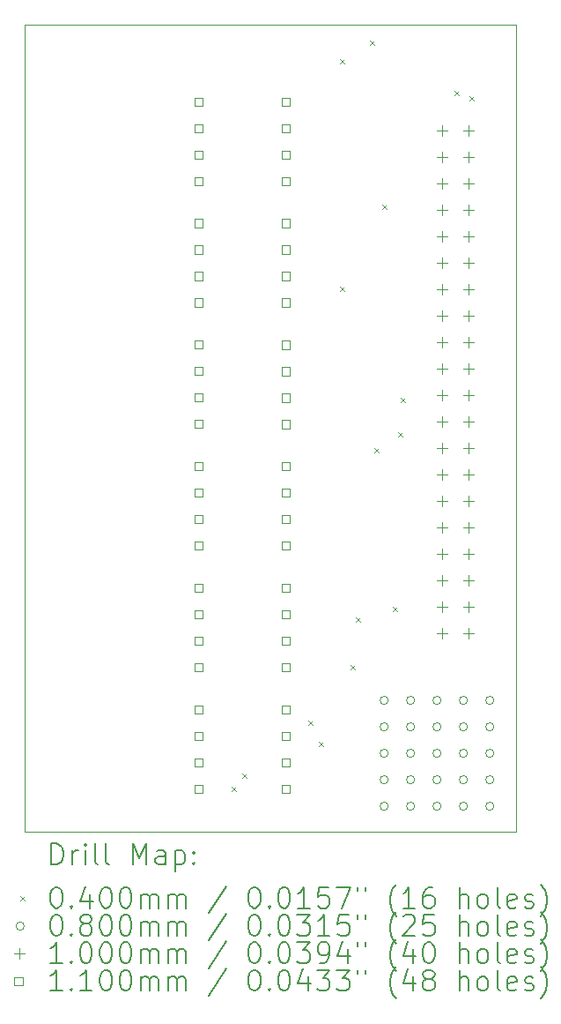
<source format=gbr>
%TF.GenerationSoftware,KiCad,Pcbnew,7.0.5-7.0.5~ubuntu22.04.1*%
%TF.CreationDate,2023-08-20T16:34:46-07:00*%
%TF.ProjectId,terminal_strip_adaptor,7465726d-696e-4616-9c5f-73747269705f,rev?*%
%TF.SameCoordinates,Original*%
%TF.FileFunction,Drillmap*%
%TF.FilePolarity,Positive*%
%FSLAX45Y45*%
G04 Gerber Fmt 4.5, Leading zero omitted, Abs format (unit mm)*
G04 Created by KiCad (PCBNEW 7.0.5-7.0.5~ubuntu22.04.1) date 2023-08-20 16:34:46*
%MOMM*%
%LPD*%
G01*
G04 APERTURE LIST*
%ADD10C,0.100000*%
%ADD11C,0.200000*%
%ADD12C,0.040000*%
%ADD13C,0.080000*%
%ADD14C,0.110000*%
G04 APERTURE END LIST*
D10*
X15240000Y-4673600D02*
X19964400Y-4673600D01*
X19964400Y-12420600D01*
X15240000Y-12420600D01*
X15240000Y-4673600D01*
D11*
D12*
X17226600Y-11994200D02*
X17266600Y-12034200D01*
X17266600Y-11994200D02*
X17226600Y-12034200D01*
X17328200Y-11867200D02*
X17368200Y-11907200D01*
X17368200Y-11867200D02*
X17328200Y-11907200D01*
X17963200Y-11359200D02*
X18003200Y-11399200D01*
X18003200Y-11359200D02*
X17963200Y-11399200D01*
X18064800Y-11562400D02*
X18104800Y-11602400D01*
X18104800Y-11562400D02*
X18064800Y-11602400D01*
X18268000Y-5009200D02*
X18308000Y-5049200D01*
X18308000Y-5009200D02*
X18268000Y-5049200D01*
X18268000Y-7193600D02*
X18308000Y-7233600D01*
X18308000Y-7193600D02*
X18268000Y-7233600D01*
X18369600Y-10826640D02*
X18409600Y-10866640D01*
X18409600Y-10826640D02*
X18369600Y-10866640D01*
X18420400Y-10368600D02*
X18460400Y-10408600D01*
X18460400Y-10368600D02*
X18420400Y-10408600D01*
X18559000Y-4831400D02*
X18599000Y-4871400D01*
X18599000Y-4831400D02*
X18559000Y-4871400D01*
X18598200Y-8743000D02*
X18638200Y-8783000D01*
X18638200Y-8743000D02*
X18598200Y-8783000D01*
X18674400Y-6406200D02*
X18714400Y-6446200D01*
X18714400Y-6406200D02*
X18674400Y-6446200D01*
X18776000Y-10267000D02*
X18816000Y-10307000D01*
X18816000Y-10267000D02*
X18776000Y-10307000D01*
X18826800Y-8590600D02*
X18866800Y-8630600D01*
X18866800Y-8590600D02*
X18826800Y-8630600D01*
X18852200Y-8260400D02*
X18892200Y-8300400D01*
X18892200Y-8260400D02*
X18852200Y-8300400D01*
X19368850Y-5314000D02*
X19408850Y-5354000D01*
X19408850Y-5314000D02*
X19368850Y-5354000D01*
X19512600Y-5364800D02*
X19552600Y-5404800D01*
X19552600Y-5364800D02*
X19512600Y-5404800D01*
D13*
X18734400Y-11163300D02*
G75*
G03*
X18734400Y-11163300I-40000J0D01*
G01*
X18734400Y-11417300D02*
G75*
G03*
X18734400Y-11417300I-40000J0D01*
G01*
X18734400Y-11671300D02*
G75*
G03*
X18734400Y-11671300I-40000J0D01*
G01*
X18734400Y-11925300D02*
G75*
G03*
X18734400Y-11925300I-40000J0D01*
G01*
X18734400Y-12179300D02*
G75*
G03*
X18734400Y-12179300I-40000J0D01*
G01*
X18988400Y-11163300D02*
G75*
G03*
X18988400Y-11163300I-40000J0D01*
G01*
X18988400Y-11417300D02*
G75*
G03*
X18988400Y-11417300I-40000J0D01*
G01*
X18988400Y-11671300D02*
G75*
G03*
X18988400Y-11671300I-40000J0D01*
G01*
X18988400Y-11925300D02*
G75*
G03*
X18988400Y-11925300I-40000J0D01*
G01*
X18988400Y-12179300D02*
G75*
G03*
X18988400Y-12179300I-40000J0D01*
G01*
X19242400Y-11163300D02*
G75*
G03*
X19242400Y-11163300I-40000J0D01*
G01*
X19242400Y-11417300D02*
G75*
G03*
X19242400Y-11417300I-40000J0D01*
G01*
X19242400Y-11671300D02*
G75*
G03*
X19242400Y-11671300I-40000J0D01*
G01*
X19242400Y-11925300D02*
G75*
G03*
X19242400Y-11925300I-40000J0D01*
G01*
X19242400Y-12179300D02*
G75*
G03*
X19242400Y-12179300I-40000J0D01*
G01*
X19496400Y-11163300D02*
G75*
G03*
X19496400Y-11163300I-40000J0D01*
G01*
X19496400Y-11417300D02*
G75*
G03*
X19496400Y-11417300I-40000J0D01*
G01*
X19496400Y-11671300D02*
G75*
G03*
X19496400Y-11671300I-40000J0D01*
G01*
X19496400Y-11925300D02*
G75*
G03*
X19496400Y-11925300I-40000J0D01*
G01*
X19496400Y-12179300D02*
G75*
G03*
X19496400Y-12179300I-40000J0D01*
G01*
X19750400Y-11163300D02*
G75*
G03*
X19750400Y-11163300I-40000J0D01*
G01*
X19750400Y-11417300D02*
G75*
G03*
X19750400Y-11417300I-40000J0D01*
G01*
X19750400Y-11671300D02*
G75*
G03*
X19750400Y-11671300I-40000J0D01*
G01*
X19750400Y-11925300D02*
G75*
G03*
X19750400Y-11925300I-40000J0D01*
G01*
X19750400Y-12179300D02*
G75*
G03*
X19750400Y-12179300I-40000J0D01*
G01*
D10*
X19253200Y-5639600D02*
X19253200Y-5739600D01*
X19203200Y-5689600D02*
X19303200Y-5689600D01*
X19253200Y-5893600D02*
X19253200Y-5993600D01*
X19203200Y-5943600D02*
X19303200Y-5943600D01*
X19253200Y-6147600D02*
X19253200Y-6247600D01*
X19203200Y-6197600D02*
X19303200Y-6197600D01*
X19253200Y-6401600D02*
X19253200Y-6501600D01*
X19203200Y-6451600D02*
X19303200Y-6451600D01*
X19253200Y-6655600D02*
X19253200Y-6755600D01*
X19203200Y-6705600D02*
X19303200Y-6705600D01*
X19253200Y-6909600D02*
X19253200Y-7009600D01*
X19203200Y-6959600D02*
X19303200Y-6959600D01*
X19253200Y-7163600D02*
X19253200Y-7263600D01*
X19203200Y-7213600D02*
X19303200Y-7213600D01*
X19253200Y-7417600D02*
X19253200Y-7517600D01*
X19203200Y-7467600D02*
X19303200Y-7467600D01*
X19253200Y-7671600D02*
X19253200Y-7771600D01*
X19203200Y-7721600D02*
X19303200Y-7721600D01*
X19253200Y-7925600D02*
X19253200Y-8025600D01*
X19203200Y-7975600D02*
X19303200Y-7975600D01*
X19253200Y-8179600D02*
X19253200Y-8279600D01*
X19203200Y-8229600D02*
X19303200Y-8229600D01*
X19253200Y-8433600D02*
X19253200Y-8533600D01*
X19203200Y-8483600D02*
X19303200Y-8483600D01*
X19253200Y-8687600D02*
X19253200Y-8787600D01*
X19203200Y-8737600D02*
X19303200Y-8737600D01*
X19253200Y-8941600D02*
X19253200Y-9041600D01*
X19203200Y-8991600D02*
X19303200Y-8991600D01*
X19253200Y-9195600D02*
X19253200Y-9295600D01*
X19203200Y-9245600D02*
X19303200Y-9245600D01*
X19253200Y-9449600D02*
X19253200Y-9549600D01*
X19203200Y-9499600D02*
X19303200Y-9499600D01*
X19253200Y-9703600D02*
X19253200Y-9803600D01*
X19203200Y-9753600D02*
X19303200Y-9753600D01*
X19253200Y-9957600D02*
X19253200Y-10057600D01*
X19203200Y-10007600D02*
X19303200Y-10007600D01*
X19253200Y-10211600D02*
X19253200Y-10311600D01*
X19203200Y-10261600D02*
X19303200Y-10261600D01*
X19253200Y-10465600D02*
X19253200Y-10565600D01*
X19203200Y-10515600D02*
X19303200Y-10515600D01*
X19507200Y-5639600D02*
X19507200Y-5739600D01*
X19457200Y-5689600D02*
X19557200Y-5689600D01*
X19507200Y-5893600D02*
X19507200Y-5993600D01*
X19457200Y-5943600D02*
X19557200Y-5943600D01*
X19507200Y-6147600D02*
X19507200Y-6247600D01*
X19457200Y-6197600D02*
X19557200Y-6197600D01*
X19507200Y-6401600D02*
X19507200Y-6501600D01*
X19457200Y-6451600D02*
X19557200Y-6451600D01*
X19507200Y-6655600D02*
X19507200Y-6755600D01*
X19457200Y-6705600D02*
X19557200Y-6705600D01*
X19507200Y-6909600D02*
X19507200Y-7009600D01*
X19457200Y-6959600D02*
X19557200Y-6959600D01*
X19507200Y-7163600D02*
X19507200Y-7263600D01*
X19457200Y-7213600D02*
X19557200Y-7213600D01*
X19507200Y-7417600D02*
X19507200Y-7517600D01*
X19457200Y-7467600D02*
X19557200Y-7467600D01*
X19507200Y-7671600D02*
X19507200Y-7771600D01*
X19457200Y-7721600D02*
X19557200Y-7721600D01*
X19507200Y-7925600D02*
X19507200Y-8025600D01*
X19457200Y-7975600D02*
X19557200Y-7975600D01*
X19507200Y-8179600D02*
X19507200Y-8279600D01*
X19457200Y-8229600D02*
X19557200Y-8229600D01*
X19507200Y-8433600D02*
X19507200Y-8533600D01*
X19457200Y-8483600D02*
X19557200Y-8483600D01*
X19507200Y-8687600D02*
X19507200Y-8787600D01*
X19457200Y-8737600D02*
X19557200Y-8737600D01*
X19507200Y-8941600D02*
X19507200Y-9041600D01*
X19457200Y-8991600D02*
X19557200Y-8991600D01*
X19507200Y-9195600D02*
X19507200Y-9295600D01*
X19457200Y-9245600D02*
X19557200Y-9245600D01*
X19507200Y-9449600D02*
X19507200Y-9549600D01*
X19457200Y-9499600D02*
X19557200Y-9499600D01*
X19507200Y-9703600D02*
X19507200Y-9803600D01*
X19457200Y-9753600D02*
X19557200Y-9753600D01*
X19507200Y-9957600D02*
X19507200Y-10057600D01*
X19457200Y-10007600D02*
X19557200Y-10007600D01*
X19507200Y-10211600D02*
X19507200Y-10311600D01*
X19457200Y-10261600D02*
X19557200Y-10261600D01*
X19507200Y-10465600D02*
X19507200Y-10565600D01*
X19457200Y-10515600D02*
X19557200Y-10515600D01*
D14*
X16950691Y-5453291D02*
X16950691Y-5375509D01*
X16872909Y-5375509D01*
X16872909Y-5453291D01*
X16950691Y-5453291D01*
X16950691Y-5707291D02*
X16950691Y-5629509D01*
X16872909Y-5629509D01*
X16872909Y-5707291D01*
X16950691Y-5707291D01*
X16950691Y-5961291D02*
X16950691Y-5883509D01*
X16872909Y-5883509D01*
X16872909Y-5961291D01*
X16950691Y-5961291D01*
X16950691Y-6215291D02*
X16950691Y-6137509D01*
X16872909Y-6137509D01*
X16872909Y-6215291D01*
X16950691Y-6215291D01*
X16950691Y-6620651D02*
X16950691Y-6542869D01*
X16872909Y-6542869D01*
X16872909Y-6620651D01*
X16950691Y-6620651D01*
X16950691Y-6874651D02*
X16950691Y-6796869D01*
X16872909Y-6796869D01*
X16872909Y-6874651D01*
X16950691Y-6874651D01*
X16950691Y-7128651D02*
X16950691Y-7050869D01*
X16872909Y-7050869D01*
X16872909Y-7128651D01*
X16950691Y-7128651D01*
X16950691Y-7382651D02*
X16950691Y-7304869D01*
X16872909Y-7304869D01*
X16872909Y-7382651D01*
X16950691Y-7382651D01*
X16950691Y-7788011D02*
X16950691Y-7710229D01*
X16872909Y-7710229D01*
X16872909Y-7788011D01*
X16950691Y-7788011D01*
X16950691Y-8042011D02*
X16950691Y-7964229D01*
X16872909Y-7964229D01*
X16872909Y-8042011D01*
X16950691Y-8042011D01*
X16950691Y-8296011D02*
X16950691Y-8218229D01*
X16872909Y-8218229D01*
X16872909Y-8296011D01*
X16950691Y-8296011D01*
X16950691Y-8550011D02*
X16950691Y-8472229D01*
X16872909Y-8472229D01*
X16872909Y-8550011D01*
X16950691Y-8550011D01*
X16950691Y-8955371D02*
X16950691Y-8877589D01*
X16872909Y-8877589D01*
X16872909Y-8955371D01*
X16950691Y-8955371D01*
X16950691Y-9209371D02*
X16950691Y-9131589D01*
X16872909Y-9131589D01*
X16872909Y-9209371D01*
X16950691Y-9209371D01*
X16950691Y-9463371D02*
X16950691Y-9385589D01*
X16872909Y-9385589D01*
X16872909Y-9463371D01*
X16950691Y-9463371D01*
X16950691Y-9717371D02*
X16950691Y-9639589D01*
X16872909Y-9639589D01*
X16872909Y-9717371D01*
X16950691Y-9717371D01*
X16950691Y-10122731D02*
X16950691Y-10044949D01*
X16872909Y-10044949D01*
X16872909Y-10122731D01*
X16950691Y-10122731D01*
X16950691Y-10376731D02*
X16950691Y-10298949D01*
X16872909Y-10298949D01*
X16872909Y-10376731D01*
X16950691Y-10376731D01*
X16950691Y-10630731D02*
X16950691Y-10552949D01*
X16872909Y-10552949D01*
X16872909Y-10630731D01*
X16950691Y-10630731D01*
X16950691Y-10884731D02*
X16950691Y-10806949D01*
X16872909Y-10806949D01*
X16872909Y-10884731D01*
X16950691Y-10884731D01*
X16950691Y-11291091D02*
X16950691Y-11213309D01*
X16872909Y-11213309D01*
X16872909Y-11291091D01*
X16950691Y-11291091D01*
X16950691Y-11545091D02*
X16950691Y-11467309D01*
X16872909Y-11467309D01*
X16872909Y-11545091D01*
X16950691Y-11545091D01*
X16950691Y-11799091D02*
X16950691Y-11721309D01*
X16872909Y-11721309D01*
X16872909Y-11799091D01*
X16950691Y-11799091D01*
X16950691Y-12053091D02*
X16950691Y-11975309D01*
X16872909Y-11975309D01*
X16872909Y-12053091D01*
X16950691Y-12053091D01*
X17788891Y-5453291D02*
X17788891Y-5375509D01*
X17711109Y-5375509D01*
X17711109Y-5453291D01*
X17788891Y-5453291D01*
X17788891Y-5707291D02*
X17788891Y-5629509D01*
X17711109Y-5629509D01*
X17711109Y-5707291D01*
X17788891Y-5707291D01*
X17788891Y-5961291D02*
X17788891Y-5883509D01*
X17711109Y-5883509D01*
X17711109Y-5961291D01*
X17788891Y-5961291D01*
X17788891Y-6215291D02*
X17788891Y-6137509D01*
X17711109Y-6137509D01*
X17711109Y-6215291D01*
X17788891Y-6215291D01*
X17788891Y-6620851D02*
X17788891Y-6543069D01*
X17711109Y-6543069D01*
X17711109Y-6620851D01*
X17788891Y-6620851D01*
X17788891Y-6874851D02*
X17788891Y-6797069D01*
X17711109Y-6797069D01*
X17711109Y-6874851D01*
X17788891Y-6874851D01*
X17788891Y-7128851D02*
X17788891Y-7051069D01*
X17711109Y-7051069D01*
X17711109Y-7128851D01*
X17788891Y-7128851D01*
X17788891Y-7382851D02*
X17788891Y-7305069D01*
X17711109Y-7305069D01*
X17711109Y-7382851D01*
X17788891Y-7382851D01*
X17788891Y-7788411D02*
X17788891Y-7710629D01*
X17711109Y-7710629D01*
X17711109Y-7788411D01*
X17788891Y-7788411D01*
X17788891Y-8042411D02*
X17788891Y-7964629D01*
X17711109Y-7964629D01*
X17711109Y-8042411D01*
X17788891Y-8042411D01*
X17788891Y-8296411D02*
X17788891Y-8218629D01*
X17711109Y-8218629D01*
X17711109Y-8296411D01*
X17788891Y-8296411D01*
X17788891Y-8550411D02*
X17788891Y-8472629D01*
X17711109Y-8472629D01*
X17711109Y-8550411D01*
X17788891Y-8550411D01*
X17788891Y-8955971D02*
X17788891Y-8878189D01*
X17711109Y-8878189D01*
X17711109Y-8955971D01*
X17788891Y-8955971D01*
X17788891Y-9209971D02*
X17788891Y-9132189D01*
X17711109Y-9132189D01*
X17711109Y-9209971D01*
X17788891Y-9209971D01*
X17788891Y-9463971D02*
X17788891Y-9386189D01*
X17711109Y-9386189D01*
X17711109Y-9463971D01*
X17788891Y-9463971D01*
X17788891Y-9717971D02*
X17788891Y-9640189D01*
X17711109Y-9640189D01*
X17711109Y-9717971D01*
X17788891Y-9717971D01*
X17788891Y-10123531D02*
X17788891Y-10045749D01*
X17711109Y-10045749D01*
X17711109Y-10123531D01*
X17788891Y-10123531D01*
X17788891Y-10377531D02*
X17788891Y-10299749D01*
X17711109Y-10299749D01*
X17711109Y-10377531D01*
X17788891Y-10377531D01*
X17788891Y-10631531D02*
X17788891Y-10553749D01*
X17711109Y-10553749D01*
X17711109Y-10631531D01*
X17788891Y-10631531D01*
X17788891Y-10885531D02*
X17788891Y-10807749D01*
X17711109Y-10807749D01*
X17711109Y-10885531D01*
X17788891Y-10885531D01*
X17788891Y-11291091D02*
X17788891Y-11213309D01*
X17711109Y-11213309D01*
X17711109Y-11291091D01*
X17788891Y-11291091D01*
X17788891Y-11545091D02*
X17788891Y-11467309D01*
X17711109Y-11467309D01*
X17711109Y-11545091D01*
X17788891Y-11545091D01*
X17788891Y-11799091D02*
X17788891Y-11721309D01*
X17711109Y-11721309D01*
X17711109Y-11799091D01*
X17788891Y-11799091D01*
X17788891Y-12053091D02*
X17788891Y-11975309D01*
X17711109Y-11975309D01*
X17711109Y-12053091D01*
X17788891Y-12053091D01*
D11*
X15495777Y-12737084D02*
X15495777Y-12537084D01*
X15495777Y-12537084D02*
X15543396Y-12537084D01*
X15543396Y-12537084D02*
X15571967Y-12546608D01*
X15571967Y-12546608D02*
X15591015Y-12565655D01*
X15591015Y-12565655D02*
X15600539Y-12584703D01*
X15600539Y-12584703D02*
X15610062Y-12622798D01*
X15610062Y-12622798D02*
X15610062Y-12651369D01*
X15610062Y-12651369D02*
X15600539Y-12689465D01*
X15600539Y-12689465D02*
X15591015Y-12708512D01*
X15591015Y-12708512D02*
X15571967Y-12727560D01*
X15571967Y-12727560D02*
X15543396Y-12737084D01*
X15543396Y-12737084D02*
X15495777Y-12737084D01*
X15695777Y-12737084D02*
X15695777Y-12603750D01*
X15695777Y-12641846D02*
X15705301Y-12622798D01*
X15705301Y-12622798D02*
X15714824Y-12613274D01*
X15714824Y-12613274D02*
X15733872Y-12603750D01*
X15733872Y-12603750D02*
X15752920Y-12603750D01*
X15819586Y-12737084D02*
X15819586Y-12603750D01*
X15819586Y-12537084D02*
X15810062Y-12546608D01*
X15810062Y-12546608D02*
X15819586Y-12556131D01*
X15819586Y-12556131D02*
X15829110Y-12546608D01*
X15829110Y-12546608D02*
X15819586Y-12537084D01*
X15819586Y-12537084D02*
X15819586Y-12556131D01*
X15943396Y-12737084D02*
X15924348Y-12727560D01*
X15924348Y-12727560D02*
X15914824Y-12708512D01*
X15914824Y-12708512D02*
X15914824Y-12537084D01*
X16048158Y-12737084D02*
X16029110Y-12727560D01*
X16029110Y-12727560D02*
X16019586Y-12708512D01*
X16019586Y-12708512D02*
X16019586Y-12537084D01*
X16276729Y-12737084D02*
X16276729Y-12537084D01*
X16276729Y-12537084D02*
X16343396Y-12679941D01*
X16343396Y-12679941D02*
X16410062Y-12537084D01*
X16410062Y-12537084D02*
X16410062Y-12737084D01*
X16591015Y-12737084D02*
X16591015Y-12632322D01*
X16591015Y-12632322D02*
X16581491Y-12613274D01*
X16581491Y-12613274D02*
X16562443Y-12603750D01*
X16562443Y-12603750D02*
X16524348Y-12603750D01*
X16524348Y-12603750D02*
X16505301Y-12613274D01*
X16591015Y-12727560D02*
X16571967Y-12737084D01*
X16571967Y-12737084D02*
X16524348Y-12737084D01*
X16524348Y-12737084D02*
X16505301Y-12727560D01*
X16505301Y-12727560D02*
X16495777Y-12708512D01*
X16495777Y-12708512D02*
X16495777Y-12689465D01*
X16495777Y-12689465D02*
X16505301Y-12670417D01*
X16505301Y-12670417D02*
X16524348Y-12660893D01*
X16524348Y-12660893D02*
X16571967Y-12660893D01*
X16571967Y-12660893D02*
X16591015Y-12651369D01*
X16686253Y-12603750D02*
X16686253Y-12803750D01*
X16686253Y-12613274D02*
X16705301Y-12603750D01*
X16705301Y-12603750D02*
X16743396Y-12603750D01*
X16743396Y-12603750D02*
X16762443Y-12613274D01*
X16762443Y-12613274D02*
X16771967Y-12622798D01*
X16771967Y-12622798D02*
X16781491Y-12641846D01*
X16781491Y-12641846D02*
X16781491Y-12698988D01*
X16781491Y-12698988D02*
X16771967Y-12718036D01*
X16771967Y-12718036D02*
X16762443Y-12727560D01*
X16762443Y-12727560D02*
X16743396Y-12737084D01*
X16743396Y-12737084D02*
X16705301Y-12737084D01*
X16705301Y-12737084D02*
X16686253Y-12727560D01*
X16867205Y-12718036D02*
X16876729Y-12727560D01*
X16876729Y-12727560D02*
X16867205Y-12737084D01*
X16867205Y-12737084D02*
X16857682Y-12727560D01*
X16857682Y-12727560D02*
X16867205Y-12718036D01*
X16867205Y-12718036D02*
X16867205Y-12737084D01*
X16867205Y-12613274D02*
X16876729Y-12622798D01*
X16876729Y-12622798D02*
X16867205Y-12632322D01*
X16867205Y-12632322D02*
X16857682Y-12622798D01*
X16857682Y-12622798D02*
X16867205Y-12613274D01*
X16867205Y-12613274D02*
X16867205Y-12632322D01*
D12*
X15195000Y-13045600D02*
X15235000Y-13085600D01*
X15235000Y-13045600D02*
X15195000Y-13085600D01*
D11*
X15533872Y-12957084D02*
X15552920Y-12957084D01*
X15552920Y-12957084D02*
X15571967Y-12966608D01*
X15571967Y-12966608D02*
X15581491Y-12976131D01*
X15581491Y-12976131D02*
X15591015Y-12995179D01*
X15591015Y-12995179D02*
X15600539Y-13033274D01*
X15600539Y-13033274D02*
X15600539Y-13080893D01*
X15600539Y-13080893D02*
X15591015Y-13118988D01*
X15591015Y-13118988D02*
X15581491Y-13138036D01*
X15581491Y-13138036D02*
X15571967Y-13147560D01*
X15571967Y-13147560D02*
X15552920Y-13157084D01*
X15552920Y-13157084D02*
X15533872Y-13157084D01*
X15533872Y-13157084D02*
X15514824Y-13147560D01*
X15514824Y-13147560D02*
X15505301Y-13138036D01*
X15505301Y-13138036D02*
X15495777Y-13118988D01*
X15495777Y-13118988D02*
X15486253Y-13080893D01*
X15486253Y-13080893D02*
X15486253Y-13033274D01*
X15486253Y-13033274D02*
X15495777Y-12995179D01*
X15495777Y-12995179D02*
X15505301Y-12976131D01*
X15505301Y-12976131D02*
X15514824Y-12966608D01*
X15514824Y-12966608D02*
X15533872Y-12957084D01*
X15686253Y-13138036D02*
X15695777Y-13147560D01*
X15695777Y-13147560D02*
X15686253Y-13157084D01*
X15686253Y-13157084D02*
X15676729Y-13147560D01*
X15676729Y-13147560D02*
X15686253Y-13138036D01*
X15686253Y-13138036D02*
X15686253Y-13157084D01*
X15867205Y-13023750D02*
X15867205Y-13157084D01*
X15819586Y-12947560D02*
X15771967Y-13090417D01*
X15771967Y-13090417D02*
X15895777Y-13090417D01*
X16010062Y-12957084D02*
X16029110Y-12957084D01*
X16029110Y-12957084D02*
X16048158Y-12966608D01*
X16048158Y-12966608D02*
X16057682Y-12976131D01*
X16057682Y-12976131D02*
X16067205Y-12995179D01*
X16067205Y-12995179D02*
X16076729Y-13033274D01*
X16076729Y-13033274D02*
X16076729Y-13080893D01*
X16076729Y-13080893D02*
X16067205Y-13118988D01*
X16067205Y-13118988D02*
X16057682Y-13138036D01*
X16057682Y-13138036D02*
X16048158Y-13147560D01*
X16048158Y-13147560D02*
X16029110Y-13157084D01*
X16029110Y-13157084D02*
X16010062Y-13157084D01*
X16010062Y-13157084D02*
X15991015Y-13147560D01*
X15991015Y-13147560D02*
X15981491Y-13138036D01*
X15981491Y-13138036D02*
X15971967Y-13118988D01*
X15971967Y-13118988D02*
X15962443Y-13080893D01*
X15962443Y-13080893D02*
X15962443Y-13033274D01*
X15962443Y-13033274D02*
X15971967Y-12995179D01*
X15971967Y-12995179D02*
X15981491Y-12976131D01*
X15981491Y-12976131D02*
X15991015Y-12966608D01*
X15991015Y-12966608D02*
X16010062Y-12957084D01*
X16200539Y-12957084D02*
X16219586Y-12957084D01*
X16219586Y-12957084D02*
X16238634Y-12966608D01*
X16238634Y-12966608D02*
X16248158Y-12976131D01*
X16248158Y-12976131D02*
X16257682Y-12995179D01*
X16257682Y-12995179D02*
X16267205Y-13033274D01*
X16267205Y-13033274D02*
X16267205Y-13080893D01*
X16267205Y-13080893D02*
X16257682Y-13118988D01*
X16257682Y-13118988D02*
X16248158Y-13138036D01*
X16248158Y-13138036D02*
X16238634Y-13147560D01*
X16238634Y-13147560D02*
X16219586Y-13157084D01*
X16219586Y-13157084D02*
X16200539Y-13157084D01*
X16200539Y-13157084D02*
X16181491Y-13147560D01*
X16181491Y-13147560D02*
X16171967Y-13138036D01*
X16171967Y-13138036D02*
X16162443Y-13118988D01*
X16162443Y-13118988D02*
X16152920Y-13080893D01*
X16152920Y-13080893D02*
X16152920Y-13033274D01*
X16152920Y-13033274D02*
X16162443Y-12995179D01*
X16162443Y-12995179D02*
X16171967Y-12976131D01*
X16171967Y-12976131D02*
X16181491Y-12966608D01*
X16181491Y-12966608D02*
X16200539Y-12957084D01*
X16352920Y-13157084D02*
X16352920Y-13023750D01*
X16352920Y-13042798D02*
X16362443Y-13033274D01*
X16362443Y-13033274D02*
X16381491Y-13023750D01*
X16381491Y-13023750D02*
X16410063Y-13023750D01*
X16410063Y-13023750D02*
X16429110Y-13033274D01*
X16429110Y-13033274D02*
X16438634Y-13052322D01*
X16438634Y-13052322D02*
X16438634Y-13157084D01*
X16438634Y-13052322D02*
X16448158Y-13033274D01*
X16448158Y-13033274D02*
X16467205Y-13023750D01*
X16467205Y-13023750D02*
X16495777Y-13023750D01*
X16495777Y-13023750D02*
X16514824Y-13033274D01*
X16514824Y-13033274D02*
X16524348Y-13052322D01*
X16524348Y-13052322D02*
X16524348Y-13157084D01*
X16619586Y-13157084D02*
X16619586Y-13023750D01*
X16619586Y-13042798D02*
X16629110Y-13033274D01*
X16629110Y-13033274D02*
X16648158Y-13023750D01*
X16648158Y-13023750D02*
X16676729Y-13023750D01*
X16676729Y-13023750D02*
X16695777Y-13033274D01*
X16695777Y-13033274D02*
X16705301Y-13052322D01*
X16705301Y-13052322D02*
X16705301Y-13157084D01*
X16705301Y-13052322D02*
X16714824Y-13033274D01*
X16714824Y-13033274D02*
X16733872Y-13023750D01*
X16733872Y-13023750D02*
X16762443Y-13023750D01*
X16762443Y-13023750D02*
X16781491Y-13033274D01*
X16781491Y-13033274D02*
X16791015Y-13052322D01*
X16791015Y-13052322D02*
X16791015Y-13157084D01*
X17181491Y-12947560D02*
X17010063Y-13204703D01*
X17438634Y-12957084D02*
X17457682Y-12957084D01*
X17457682Y-12957084D02*
X17476729Y-12966608D01*
X17476729Y-12966608D02*
X17486253Y-12976131D01*
X17486253Y-12976131D02*
X17495777Y-12995179D01*
X17495777Y-12995179D02*
X17505301Y-13033274D01*
X17505301Y-13033274D02*
X17505301Y-13080893D01*
X17505301Y-13080893D02*
X17495777Y-13118988D01*
X17495777Y-13118988D02*
X17486253Y-13138036D01*
X17486253Y-13138036D02*
X17476729Y-13147560D01*
X17476729Y-13147560D02*
X17457682Y-13157084D01*
X17457682Y-13157084D02*
X17438634Y-13157084D01*
X17438634Y-13157084D02*
X17419587Y-13147560D01*
X17419587Y-13147560D02*
X17410063Y-13138036D01*
X17410063Y-13138036D02*
X17400539Y-13118988D01*
X17400539Y-13118988D02*
X17391015Y-13080893D01*
X17391015Y-13080893D02*
X17391015Y-13033274D01*
X17391015Y-13033274D02*
X17400539Y-12995179D01*
X17400539Y-12995179D02*
X17410063Y-12976131D01*
X17410063Y-12976131D02*
X17419587Y-12966608D01*
X17419587Y-12966608D02*
X17438634Y-12957084D01*
X17591015Y-13138036D02*
X17600539Y-13147560D01*
X17600539Y-13147560D02*
X17591015Y-13157084D01*
X17591015Y-13157084D02*
X17581491Y-13147560D01*
X17581491Y-13147560D02*
X17591015Y-13138036D01*
X17591015Y-13138036D02*
X17591015Y-13157084D01*
X17724348Y-12957084D02*
X17743396Y-12957084D01*
X17743396Y-12957084D02*
X17762444Y-12966608D01*
X17762444Y-12966608D02*
X17771968Y-12976131D01*
X17771968Y-12976131D02*
X17781491Y-12995179D01*
X17781491Y-12995179D02*
X17791015Y-13033274D01*
X17791015Y-13033274D02*
X17791015Y-13080893D01*
X17791015Y-13080893D02*
X17781491Y-13118988D01*
X17781491Y-13118988D02*
X17771968Y-13138036D01*
X17771968Y-13138036D02*
X17762444Y-13147560D01*
X17762444Y-13147560D02*
X17743396Y-13157084D01*
X17743396Y-13157084D02*
X17724348Y-13157084D01*
X17724348Y-13157084D02*
X17705301Y-13147560D01*
X17705301Y-13147560D02*
X17695777Y-13138036D01*
X17695777Y-13138036D02*
X17686253Y-13118988D01*
X17686253Y-13118988D02*
X17676729Y-13080893D01*
X17676729Y-13080893D02*
X17676729Y-13033274D01*
X17676729Y-13033274D02*
X17686253Y-12995179D01*
X17686253Y-12995179D02*
X17695777Y-12976131D01*
X17695777Y-12976131D02*
X17705301Y-12966608D01*
X17705301Y-12966608D02*
X17724348Y-12957084D01*
X17981491Y-13157084D02*
X17867206Y-13157084D01*
X17924348Y-13157084D02*
X17924348Y-12957084D01*
X17924348Y-12957084D02*
X17905301Y-12985655D01*
X17905301Y-12985655D02*
X17886253Y-13004703D01*
X17886253Y-13004703D02*
X17867206Y-13014227D01*
X18162444Y-12957084D02*
X18067206Y-12957084D01*
X18067206Y-12957084D02*
X18057682Y-13052322D01*
X18057682Y-13052322D02*
X18067206Y-13042798D01*
X18067206Y-13042798D02*
X18086253Y-13033274D01*
X18086253Y-13033274D02*
X18133872Y-13033274D01*
X18133872Y-13033274D02*
X18152920Y-13042798D01*
X18152920Y-13042798D02*
X18162444Y-13052322D01*
X18162444Y-13052322D02*
X18171968Y-13071369D01*
X18171968Y-13071369D02*
X18171968Y-13118988D01*
X18171968Y-13118988D02*
X18162444Y-13138036D01*
X18162444Y-13138036D02*
X18152920Y-13147560D01*
X18152920Y-13147560D02*
X18133872Y-13157084D01*
X18133872Y-13157084D02*
X18086253Y-13157084D01*
X18086253Y-13157084D02*
X18067206Y-13147560D01*
X18067206Y-13147560D02*
X18057682Y-13138036D01*
X18238634Y-12957084D02*
X18371968Y-12957084D01*
X18371968Y-12957084D02*
X18286253Y-13157084D01*
X18438634Y-12957084D02*
X18438634Y-12995179D01*
X18514825Y-12957084D02*
X18514825Y-12995179D01*
X18810063Y-13233274D02*
X18800539Y-13223750D01*
X18800539Y-13223750D02*
X18781491Y-13195179D01*
X18781491Y-13195179D02*
X18771968Y-13176131D01*
X18771968Y-13176131D02*
X18762444Y-13147560D01*
X18762444Y-13147560D02*
X18752920Y-13099941D01*
X18752920Y-13099941D02*
X18752920Y-13061846D01*
X18752920Y-13061846D02*
X18762444Y-13014227D01*
X18762444Y-13014227D02*
X18771968Y-12985655D01*
X18771968Y-12985655D02*
X18781491Y-12966608D01*
X18781491Y-12966608D02*
X18800539Y-12938036D01*
X18800539Y-12938036D02*
X18810063Y-12928512D01*
X18991015Y-13157084D02*
X18876730Y-13157084D01*
X18933872Y-13157084D02*
X18933872Y-12957084D01*
X18933872Y-12957084D02*
X18914825Y-12985655D01*
X18914825Y-12985655D02*
X18895777Y-13004703D01*
X18895777Y-13004703D02*
X18876730Y-13014227D01*
X19162444Y-12957084D02*
X19124349Y-12957084D01*
X19124349Y-12957084D02*
X19105301Y-12966608D01*
X19105301Y-12966608D02*
X19095777Y-12976131D01*
X19095777Y-12976131D02*
X19076730Y-13004703D01*
X19076730Y-13004703D02*
X19067206Y-13042798D01*
X19067206Y-13042798D02*
X19067206Y-13118988D01*
X19067206Y-13118988D02*
X19076730Y-13138036D01*
X19076730Y-13138036D02*
X19086253Y-13147560D01*
X19086253Y-13147560D02*
X19105301Y-13157084D01*
X19105301Y-13157084D02*
X19143396Y-13157084D01*
X19143396Y-13157084D02*
X19162444Y-13147560D01*
X19162444Y-13147560D02*
X19171968Y-13138036D01*
X19171968Y-13138036D02*
X19181491Y-13118988D01*
X19181491Y-13118988D02*
X19181491Y-13071369D01*
X19181491Y-13071369D02*
X19171968Y-13052322D01*
X19171968Y-13052322D02*
X19162444Y-13042798D01*
X19162444Y-13042798D02*
X19143396Y-13033274D01*
X19143396Y-13033274D02*
X19105301Y-13033274D01*
X19105301Y-13033274D02*
X19086253Y-13042798D01*
X19086253Y-13042798D02*
X19076730Y-13052322D01*
X19076730Y-13052322D02*
X19067206Y-13071369D01*
X19419587Y-13157084D02*
X19419587Y-12957084D01*
X19505301Y-13157084D02*
X19505301Y-13052322D01*
X19505301Y-13052322D02*
X19495777Y-13033274D01*
X19495777Y-13033274D02*
X19476730Y-13023750D01*
X19476730Y-13023750D02*
X19448158Y-13023750D01*
X19448158Y-13023750D02*
X19429111Y-13033274D01*
X19429111Y-13033274D02*
X19419587Y-13042798D01*
X19629111Y-13157084D02*
X19610063Y-13147560D01*
X19610063Y-13147560D02*
X19600539Y-13138036D01*
X19600539Y-13138036D02*
X19591015Y-13118988D01*
X19591015Y-13118988D02*
X19591015Y-13061846D01*
X19591015Y-13061846D02*
X19600539Y-13042798D01*
X19600539Y-13042798D02*
X19610063Y-13033274D01*
X19610063Y-13033274D02*
X19629111Y-13023750D01*
X19629111Y-13023750D02*
X19657682Y-13023750D01*
X19657682Y-13023750D02*
X19676730Y-13033274D01*
X19676730Y-13033274D02*
X19686253Y-13042798D01*
X19686253Y-13042798D02*
X19695777Y-13061846D01*
X19695777Y-13061846D02*
X19695777Y-13118988D01*
X19695777Y-13118988D02*
X19686253Y-13138036D01*
X19686253Y-13138036D02*
X19676730Y-13147560D01*
X19676730Y-13147560D02*
X19657682Y-13157084D01*
X19657682Y-13157084D02*
X19629111Y-13157084D01*
X19810063Y-13157084D02*
X19791015Y-13147560D01*
X19791015Y-13147560D02*
X19781492Y-13128512D01*
X19781492Y-13128512D02*
X19781492Y-12957084D01*
X19962444Y-13147560D02*
X19943396Y-13157084D01*
X19943396Y-13157084D02*
X19905301Y-13157084D01*
X19905301Y-13157084D02*
X19886253Y-13147560D01*
X19886253Y-13147560D02*
X19876730Y-13128512D01*
X19876730Y-13128512D02*
X19876730Y-13052322D01*
X19876730Y-13052322D02*
X19886253Y-13033274D01*
X19886253Y-13033274D02*
X19905301Y-13023750D01*
X19905301Y-13023750D02*
X19943396Y-13023750D01*
X19943396Y-13023750D02*
X19962444Y-13033274D01*
X19962444Y-13033274D02*
X19971968Y-13052322D01*
X19971968Y-13052322D02*
X19971968Y-13071369D01*
X19971968Y-13071369D02*
X19876730Y-13090417D01*
X20048158Y-13147560D02*
X20067206Y-13157084D01*
X20067206Y-13157084D02*
X20105301Y-13157084D01*
X20105301Y-13157084D02*
X20124349Y-13147560D01*
X20124349Y-13147560D02*
X20133873Y-13128512D01*
X20133873Y-13128512D02*
X20133873Y-13118988D01*
X20133873Y-13118988D02*
X20124349Y-13099941D01*
X20124349Y-13099941D02*
X20105301Y-13090417D01*
X20105301Y-13090417D02*
X20076730Y-13090417D01*
X20076730Y-13090417D02*
X20057682Y-13080893D01*
X20057682Y-13080893D02*
X20048158Y-13061846D01*
X20048158Y-13061846D02*
X20048158Y-13052322D01*
X20048158Y-13052322D02*
X20057682Y-13033274D01*
X20057682Y-13033274D02*
X20076730Y-13023750D01*
X20076730Y-13023750D02*
X20105301Y-13023750D01*
X20105301Y-13023750D02*
X20124349Y-13033274D01*
X20200539Y-13233274D02*
X20210063Y-13223750D01*
X20210063Y-13223750D02*
X20229111Y-13195179D01*
X20229111Y-13195179D02*
X20238634Y-13176131D01*
X20238634Y-13176131D02*
X20248158Y-13147560D01*
X20248158Y-13147560D02*
X20257682Y-13099941D01*
X20257682Y-13099941D02*
X20257682Y-13061846D01*
X20257682Y-13061846D02*
X20248158Y-13014227D01*
X20248158Y-13014227D02*
X20238634Y-12985655D01*
X20238634Y-12985655D02*
X20229111Y-12966608D01*
X20229111Y-12966608D02*
X20210063Y-12938036D01*
X20210063Y-12938036D02*
X20200539Y-12928512D01*
D13*
X15235000Y-13329600D02*
G75*
G03*
X15235000Y-13329600I-40000J0D01*
G01*
D11*
X15533872Y-13221084D02*
X15552920Y-13221084D01*
X15552920Y-13221084D02*
X15571967Y-13230608D01*
X15571967Y-13230608D02*
X15581491Y-13240131D01*
X15581491Y-13240131D02*
X15591015Y-13259179D01*
X15591015Y-13259179D02*
X15600539Y-13297274D01*
X15600539Y-13297274D02*
X15600539Y-13344893D01*
X15600539Y-13344893D02*
X15591015Y-13382988D01*
X15591015Y-13382988D02*
X15581491Y-13402036D01*
X15581491Y-13402036D02*
X15571967Y-13411560D01*
X15571967Y-13411560D02*
X15552920Y-13421084D01*
X15552920Y-13421084D02*
X15533872Y-13421084D01*
X15533872Y-13421084D02*
X15514824Y-13411560D01*
X15514824Y-13411560D02*
X15505301Y-13402036D01*
X15505301Y-13402036D02*
X15495777Y-13382988D01*
X15495777Y-13382988D02*
X15486253Y-13344893D01*
X15486253Y-13344893D02*
X15486253Y-13297274D01*
X15486253Y-13297274D02*
X15495777Y-13259179D01*
X15495777Y-13259179D02*
X15505301Y-13240131D01*
X15505301Y-13240131D02*
X15514824Y-13230608D01*
X15514824Y-13230608D02*
X15533872Y-13221084D01*
X15686253Y-13402036D02*
X15695777Y-13411560D01*
X15695777Y-13411560D02*
X15686253Y-13421084D01*
X15686253Y-13421084D02*
X15676729Y-13411560D01*
X15676729Y-13411560D02*
X15686253Y-13402036D01*
X15686253Y-13402036D02*
X15686253Y-13421084D01*
X15810062Y-13306798D02*
X15791015Y-13297274D01*
X15791015Y-13297274D02*
X15781491Y-13287750D01*
X15781491Y-13287750D02*
X15771967Y-13268703D01*
X15771967Y-13268703D02*
X15771967Y-13259179D01*
X15771967Y-13259179D02*
X15781491Y-13240131D01*
X15781491Y-13240131D02*
X15791015Y-13230608D01*
X15791015Y-13230608D02*
X15810062Y-13221084D01*
X15810062Y-13221084D02*
X15848158Y-13221084D01*
X15848158Y-13221084D02*
X15867205Y-13230608D01*
X15867205Y-13230608D02*
X15876729Y-13240131D01*
X15876729Y-13240131D02*
X15886253Y-13259179D01*
X15886253Y-13259179D02*
X15886253Y-13268703D01*
X15886253Y-13268703D02*
X15876729Y-13287750D01*
X15876729Y-13287750D02*
X15867205Y-13297274D01*
X15867205Y-13297274D02*
X15848158Y-13306798D01*
X15848158Y-13306798D02*
X15810062Y-13306798D01*
X15810062Y-13306798D02*
X15791015Y-13316322D01*
X15791015Y-13316322D02*
X15781491Y-13325846D01*
X15781491Y-13325846D02*
X15771967Y-13344893D01*
X15771967Y-13344893D02*
X15771967Y-13382988D01*
X15771967Y-13382988D02*
X15781491Y-13402036D01*
X15781491Y-13402036D02*
X15791015Y-13411560D01*
X15791015Y-13411560D02*
X15810062Y-13421084D01*
X15810062Y-13421084D02*
X15848158Y-13421084D01*
X15848158Y-13421084D02*
X15867205Y-13411560D01*
X15867205Y-13411560D02*
X15876729Y-13402036D01*
X15876729Y-13402036D02*
X15886253Y-13382988D01*
X15886253Y-13382988D02*
X15886253Y-13344893D01*
X15886253Y-13344893D02*
X15876729Y-13325846D01*
X15876729Y-13325846D02*
X15867205Y-13316322D01*
X15867205Y-13316322D02*
X15848158Y-13306798D01*
X16010062Y-13221084D02*
X16029110Y-13221084D01*
X16029110Y-13221084D02*
X16048158Y-13230608D01*
X16048158Y-13230608D02*
X16057682Y-13240131D01*
X16057682Y-13240131D02*
X16067205Y-13259179D01*
X16067205Y-13259179D02*
X16076729Y-13297274D01*
X16076729Y-13297274D02*
X16076729Y-13344893D01*
X16076729Y-13344893D02*
X16067205Y-13382988D01*
X16067205Y-13382988D02*
X16057682Y-13402036D01*
X16057682Y-13402036D02*
X16048158Y-13411560D01*
X16048158Y-13411560D02*
X16029110Y-13421084D01*
X16029110Y-13421084D02*
X16010062Y-13421084D01*
X16010062Y-13421084D02*
X15991015Y-13411560D01*
X15991015Y-13411560D02*
X15981491Y-13402036D01*
X15981491Y-13402036D02*
X15971967Y-13382988D01*
X15971967Y-13382988D02*
X15962443Y-13344893D01*
X15962443Y-13344893D02*
X15962443Y-13297274D01*
X15962443Y-13297274D02*
X15971967Y-13259179D01*
X15971967Y-13259179D02*
X15981491Y-13240131D01*
X15981491Y-13240131D02*
X15991015Y-13230608D01*
X15991015Y-13230608D02*
X16010062Y-13221084D01*
X16200539Y-13221084D02*
X16219586Y-13221084D01*
X16219586Y-13221084D02*
X16238634Y-13230608D01*
X16238634Y-13230608D02*
X16248158Y-13240131D01*
X16248158Y-13240131D02*
X16257682Y-13259179D01*
X16257682Y-13259179D02*
X16267205Y-13297274D01*
X16267205Y-13297274D02*
X16267205Y-13344893D01*
X16267205Y-13344893D02*
X16257682Y-13382988D01*
X16257682Y-13382988D02*
X16248158Y-13402036D01*
X16248158Y-13402036D02*
X16238634Y-13411560D01*
X16238634Y-13411560D02*
X16219586Y-13421084D01*
X16219586Y-13421084D02*
X16200539Y-13421084D01*
X16200539Y-13421084D02*
X16181491Y-13411560D01*
X16181491Y-13411560D02*
X16171967Y-13402036D01*
X16171967Y-13402036D02*
X16162443Y-13382988D01*
X16162443Y-13382988D02*
X16152920Y-13344893D01*
X16152920Y-13344893D02*
X16152920Y-13297274D01*
X16152920Y-13297274D02*
X16162443Y-13259179D01*
X16162443Y-13259179D02*
X16171967Y-13240131D01*
X16171967Y-13240131D02*
X16181491Y-13230608D01*
X16181491Y-13230608D02*
X16200539Y-13221084D01*
X16352920Y-13421084D02*
X16352920Y-13287750D01*
X16352920Y-13306798D02*
X16362443Y-13297274D01*
X16362443Y-13297274D02*
X16381491Y-13287750D01*
X16381491Y-13287750D02*
X16410063Y-13287750D01*
X16410063Y-13287750D02*
X16429110Y-13297274D01*
X16429110Y-13297274D02*
X16438634Y-13316322D01*
X16438634Y-13316322D02*
X16438634Y-13421084D01*
X16438634Y-13316322D02*
X16448158Y-13297274D01*
X16448158Y-13297274D02*
X16467205Y-13287750D01*
X16467205Y-13287750D02*
X16495777Y-13287750D01*
X16495777Y-13287750D02*
X16514824Y-13297274D01*
X16514824Y-13297274D02*
X16524348Y-13316322D01*
X16524348Y-13316322D02*
X16524348Y-13421084D01*
X16619586Y-13421084D02*
X16619586Y-13287750D01*
X16619586Y-13306798D02*
X16629110Y-13297274D01*
X16629110Y-13297274D02*
X16648158Y-13287750D01*
X16648158Y-13287750D02*
X16676729Y-13287750D01*
X16676729Y-13287750D02*
X16695777Y-13297274D01*
X16695777Y-13297274D02*
X16705301Y-13316322D01*
X16705301Y-13316322D02*
X16705301Y-13421084D01*
X16705301Y-13316322D02*
X16714824Y-13297274D01*
X16714824Y-13297274D02*
X16733872Y-13287750D01*
X16733872Y-13287750D02*
X16762443Y-13287750D01*
X16762443Y-13287750D02*
X16781491Y-13297274D01*
X16781491Y-13297274D02*
X16791015Y-13316322D01*
X16791015Y-13316322D02*
X16791015Y-13421084D01*
X17181491Y-13211560D02*
X17010063Y-13468703D01*
X17438634Y-13221084D02*
X17457682Y-13221084D01*
X17457682Y-13221084D02*
X17476729Y-13230608D01*
X17476729Y-13230608D02*
X17486253Y-13240131D01*
X17486253Y-13240131D02*
X17495777Y-13259179D01*
X17495777Y-13259179D02*
X17505301Y-13297274D01*
X17505301Y-13297274D02*
X17505301Y-13344893D01*
X17505301Y-13344893D02*
X17495777Y-13382988D01*
X17495777Y-13382988D02*
X17486253Y-13402036D01*
X17486253Y-13402036D02*
X17476729Y-13411560D01*
X17476729Y-13411560D02*
X17457682Y-13421084D01*
X17457682Y-13421084D02*
X17438634Y-13421084D01*
X17438634Y-13421084D02*
X17419587Y-13411560D01*
X17419587Y-13411560D02*
X17410063Y-13402036D01*
X17410063Y-13402036D02*
X17400539Y-13382988D01*
X17400539Y-13382988D02*
X17391015Y-13344893D01*
X17391015Y-13344893D02*
X17391015Y-13297274D01*
X17391015Y-13297274D02*
X17400539Y-13259179D01*
X17400539Y-13259179D02*
X17410063Y-13240131D01*
X17410063Y-13240131D02*
X17419587Y-13230608D01*
X17419587Y-13230608D02*
X17438634Y-13221084D01*
X17591015Y-13402036D02*
X17600539Y-13411560D01*
X17600539Y-13411560D02*
X17591015Y-13421084D01*
X17591015Y-13421084D02*
X17581491Y-13411560D01*
X17581491Y-13411560D02*
X17591015Y-13402036D01*
X17591015Y-13402036D02*
X17591015Y-13421084D01*
X17724348Y-13221084D02*
X17743396Y-13221084D01*
X17743396Y-13221084D02*
X17762444Y-13230608D01*
X17762444Y-13230608D02*
X17771968Y-13240131D01*
X17771968Y-13240131D02*
X17781491Y-13259179D01*
X17781491Y-13259179D02*
X17791015Y-13297274D01*
X17791015Y-13297274D02*
X17791015Y-13344893D01*
X17791015Y-13344893D02*
X17781491Y-13382988D01*
X17781491Y-13382988D02*
X17771968Y-13402036D01*
X17771968Y-13402036D02*
X17762444Y-13411560D01*
X17762444Y-13411560D02*
X17743396Y-13421084D01*
X17743396Y-13421084D02*
X17724348Y-13421084D01*
X17724348Y-13421084D02*
X17705301Y-13411560D01*
X17705301Y-13411560D02*
X17695777Y-13402036D01*
X17695777Y-13402036D02*
X17686253Y-13382988D01*
X17686253Y-13382988D02*
X17676729Y-13344893D01*
X17676729Y-13344893D02*
X17676729Y-13297274D01*
X17676729Y-13297274D02*
X17686253Y-13259179D01*
X17686253Y-13259179D02*
X17695777Y-13240131D01*
X17695777Y-13240131D02*
X17705301Y-13230608D01*
X17705301Y-13230608D02*
X17724348Y-13221084D01*
X17857682Y-13221084D02*
X17981491Y-13221084D01*
X17981491Y-13221084D02*
X17914825Y-13297274D01*
X17914825Y-13297274D02*
X17943396Y-13297274D01*
X17943396Y-13297274D02*
X17962444Y-13306798D01*
X17962444Y-13306798D02*
X17971968Y-13316322D01*
X17971968Y-13316322D02*
X17981491Y-13335369D01*
X17981491Y-13335369D02*
X17981491Y-13382988D01*
X17981491Y-13382988D02*
X17971968Y-13402036D01*
X17971968Y-13402036D02*
X17962444Y-13411560D01*
X17962444Y-13411560D02*
X17943396Y-13421084D01*
X17943396Y-13421084D02*
X17886253Y-13421084D01*
X17886253Y-13421084D02*
X17867206Y-13411560D01*
X17867206Y-13411560D02*
X17857682Y-13402036D01*
X18171968Y-13421084D02*
X18057682Y-13421084D01*
X18114825Y-13421084D02*
X18114825Y-13221084D01*
X18114825Y-13221084D02*
X18095777Y-13249655D01*
X18095777Y-13249655D02*
X18076729Y-13268703D01*
X18076729Y-13268703D02*
X18057682Y-13278227D01*
X18352920Y-13221084D02*
X18257682Y-13221084D01*
X18257682Y-13221084D02*
X18248158Y-13316322D01*
X18248158Y-13316322D02*
X18257682Y-13306798D01*
X18257682Y-13306798D02*
X18276729Y-13297274D01*
X18276729Y-13297274D02*
X18324349Y-13297274D01*
X18324349Y-13297274D02*
X18343396Y-13306798D01*
X18343396Y-13306798D02*
X18352920Y-13316322D01*
X18352920Y-13316322D02*
X18362444Y-13335369D01*
X18362444Y-13335369D02*
X18362444Y-13382988D01*
X18362444Y-13382988D02*
X18352920Y-13402036D01*
X18352920Y-13402036D02*
X18343396Y-13411560D01*
X18343396Y-13411560D02*
X18324349Y-13421084D01*
X18324349Y-13421084D02*
X18276729Y-13421084D01*
X18276729Y-13421084D02*
X18257682Y-13411560D01*
X18257682Y-13411560D02*
X18248158Y-13402036D01*
X18438634Y-13221084D02*
X18438634Y-13259179D01*
X18514825Y-13221084D02*
X18514825Y-13259179D01*
X18810063Y-13497274D02*
X18800539Y-13487750D01*
X18800539Y-13487750D02*
X18781491Y-13459179D01*
X18781491Y-13459179D02*
X18771968Y-13440131D01*
X18771968Y-13440131D02*
X18762444Y-13411560D01*
X18762444Y-13411560D02*
X18752920Y-13363941D01*
X18752920Y-13363941D02*
X18752920Y-13325846D01*
X18752920Y-13325846D02*
X18762444Y-13278227D01*
X18762444Y-13278227D02*
X18771968Y-13249655D01*
X18771968Y-13249655D02*
X18781491Y-13230608D01*
X18781491Y-13230608D02*
X18800539Y-13202036D01*
X18800539Y-13202036D02*
X18810063Y-13192512D01*
X18876730Y-13240131D02*
X18886253Y-13230608D01*
X18886253Y-13230608D02*
X18905301Y-13221084D01*
X18905301Y-13221084D02*
X18952920Y-13221084D01*
X18952920Y-13221084D02*
X18971968Y-13230608D01*
X18971968Y-13230608D02*
X18981491Y-13240131D01*
X18981491Y-13240131D02*
X18991015Y-13259179D01*
X18991015Y-13259179D02*
X18991015Y-13278227D01*
X18991015Y-13278227D02*
X18981491Y-13306798D01*
X18981491Y-13306798D02*
X18867206Y-13421084D01*
X18867206Y-13421084D02*
X18991015Y-13421084D01*
X19171968Y-13221084D02*
X19076730Y-13221084D01*
X19076730Y-13221084D02*
X19067206Y-13316322D01*
X19067206Y-13316322D02*
X19076730Y-13306798D01*
X19076730Y-13306798D02*
X19095777Y-13297274D01*
X19095777Y-13297274D02*
X19143396Y-13297274D01*
X19143396Y-13297274D02*
X19162444Y-13306798D01*
X19162444Y-13306798D02*
X19171968Y-13316322D01*
X19171968Y-13316322D02*
X19181491Y-13335369D01*
X19181491Y-13335369D02*
X19181491Y-13382988D01*
X19181491Y-13382988D02*
X19171968Y-13402036D01*
X19171968Y-13402036D02*
X19162444Y-13411560D01*
X19162444Y-13411560D02*
X19143396Y-13421084D01*
X19143396Y-13421084D02*
X19095777Y-13421084D01*
X19095777Y-13421084D02*
X19076730Y-13411560D01*
X19076730Y-13411560D02*
X19067206Y-13402036D01*
X19419587Y-13421084D02*
X19419587Y-13221084D01*
X19505301Y-13421084D02*
X19505301Y-13316322D01*
X19505301Y-13316322D02*
X19495777Y-13297274D01*
X19495777Y-13297274D02*
X19476730Y-13287750D01*
X19476730Y-13287750D02*
X19448158Y-13287750D01*
X19448158Y-13287750D02*
X19429111Y-13297274D01*
X19429111Y-13297274D02*
X19419587Y-13306798D01*
X19629111Y-13421084D02*
X19610063Y-13411560D01*
X19610063Y-13411560D02*
X19600539Y-13402036D01*
X19600539Y-13402036D02*
X19591015Y-13382988D01*
X19591015Y-13382988D02*
X19591015Y-13325846D01*
X19591015Y-13325846D02*
X19600539Y-13306798D01*
X19600539Y-13306798D02*
X19610063Y-13297274D01*
X19610063Y-13297274D02*
X19629111Y-13287750D01*
X19629111Y-13287750D02*
X19657682Y-13287750D01*
X19657682Y-13287750D02*
X19676730Y-13297274D01*
X19676730Y-13297274D02*
X19686253Y-13306798D01*
X19686253Y-13306798D02*
X19695777Y-13325846D01*
X19695777Y-13325846D02*
X19695777Y-13382988D01*
X19695777Y-13382988D02*
X19686253Y-13402036D01*
X19686253Y-13402036D02*
X19676730Y-13411560D01*
X19676730Y-13411560D02*
X19657682Y-13421084D01*
X19657682Y-13421084D02*
X19629111Y-13421084D01*
X19810063Y-13421084D02*
X19791015Y-13411560D01*
X19791015Y-13411560D02*
X19781492Y-13392512D01*
X19781492Y-13392512D02*
X19781492Y-13221084D01*
X19962444Y-13411560D02*
X19943396Y-13421084D01*
X19943396Y-13421084D02*
X19905301Y-13421084D01*
X19905301Y-13421084D02*
X19886253Y-13411560D01*
X19886253Y-13411560D02*
X19876730Y-13392512D01*
X19876730Y-13392512D02*
X19876730Y-13316322D01*
X19876730Y-13316322D02*
X19886253Y-13297274D01*
X19886253Y-13297274D02*
X19905301Y-13287750D01*
X19905301Y-13287750D02*
X19943396Y-13287750D01*
X19943396Y-13287750D02*
X19962444Y-13297274D01*
X19962444Y-13297274D02*
X19971968Y-13316322D01*
X19971968Y-13316322D02*
X19971968Y-13335369D01*
X19971968Y-13335369D02*
X19876730Y-13354417D01*
X20048158Y-13411560D02*
X20067206Y-13421084D01*
X20067206Y-13421084D02*
X20105301Y-13421084D01*
X20105301Y-13421084D02*
X20124349Y-13411560D01*
X20124349Y-13411560D02*
X20133873Y-13392512D01*
X20133873Y-13392512D02*
X20133873Y-13382988D01*
X20133873Y-13382988D02*
X20124349Y-13363941D01*
X20124349Y-13363941D02*
X20105301Y-13354417D01*
X20105301Y-13354417D02*
X20076730Y-13354417D01*
X20076730Y-13354417D02*
X20057682Y-13344893D01*
X20057682Y-13344893D02*
X20048158Y-13325846D01*
X20048158Y-13325846D02*
X20048158Y-13316322D01*
X20048158Y-13316322D02*
X20057682Y-13297274D01*
X20057682Y-13297274D02*
X20076730Y-13287750D01*
X20076730Y-13287750D02*
X20105301Y-13287750D01*
X20105301Y-13287750D02*
X20124349Y-13297274D01*
X20200539Y-13497274D02*
X20210063Y-13487750D01*
X20210063Y-13487750D02*
X20229111Y-13459179D01*
X20229111Y-13459179D02*
X20238634Y-13440131D01*
X20238634Y-13440131D02*
X20248158Y-13411560D01*
X20248158Y-13411560D02*
X20257682Y-13363941D01*
X20257682Y-13363941D02*
X20257682Y-13325846D01*
X20257682Y-13325846D02*
X20248158Y-13278227D01*
X20248158Y-13278227D02*
X20238634Y-13249655D01*
X20238634Y-13249655D02*
X20229111Y-13230608D01*
X20229111Y-13230608D02*
X20210063Y-13202036D01*
X20210063Y-13202036D02*
X20200539Y-13192512D01*
D10*
X15185000Y-13543600D02*
X15185000Y-13643600D01*
X15135000Y-13593600D02*
X15235000Y-13593600D01*
D11*
X15600539Y-13685084D02*
X15486253Y-13685084D01*
X15543396Y-13685084D02*
X15543396Y-13485084D01*
X15543396Y-13485084D02*
X15524348Y-13513655D01*
X15524348Y-13513655D02*
X15505301Y-13532703D01*
X15505301Y-13532703D02*
X15486253Y-13542227D01*
X15686253Y-13666036D02*
X15695777Y-13675560D01*
X15695777Y-13675560D02*
X15686253Y-13685084D01*
X15686253Y-13685084D02*
X15676729Y-13675560D01*
X15676729Y-13675560D02*
X15686253Y-13666036D01*
X15686253Y-13666036D02*
X15686253Y-13685084D01*
X15819586Y-13485084D02*
X15838634Y-13485084D01*
X15838634Y-13485084D02*
X15857682Y-13494608D01*
X15857682Y-13494608D02*
X15867205Y-13504131D01*
X15867205Y-13504131D02*
X15876729Y-13523179D01*
X15876729Y-13523179D02*
X15886253Y-13561274D01*
X15886253Y-13561274D02*
X15886253Y-13608893D01*
X15886253Y-13608893D02*
X15876729Y-13646988D01*
X15876729Y-13646988D02*
X15867205Y-13666036D01*
X15867205Y-13666036D02*
X15857682Y-13675560D01*
X15857682Y-13675560D02*
X15838634Y-13685084D01*
X15838634Y-13685084D02*
X15819586Y-13685084D01*
X15819586Y-13685084D02*
X15800539Y-13675560D01*
X15800539Y-13675560D02*
X15791015Y-13666036D01*
X15791015Y-13666036D02*
X15781491Y-13646988D01*
X15781491Y-13646988D02*
X15771967Y-13608893D01*
X15771967Y-13608893D02*
X15771967Y-13561274D01*
X15771967Y-13561274D02*
X15781491Y-13523179D01*
X15781491Y-13523179D02*
X15791015Y-13504131D01*
X15791015Y-13504131D02*
X15800539Y-13494608D01*
X15800539Y-13494608D02*
X15819586Y-13485084D01*
X16010062Y-13485084D02*
X16029110Y-13485084D01*
X16029110Y-13485084D02*
X16048158Y-13494608D01*
X16048158Y-13494608D02*
X16057682Y-13504131D01*
X16057682Y-13504131D02*
X16067205Y-13523179D01*
X16067205Y-13523179D02*
X16076729Y-13561274D01*
X16076729Y-13561274D02*
X16076729Y-13608893D01*
X16076729Y-13608893D02*
X16067205Y-13646988D01*
X16067205Y-13646988D02*
X16057682Y-13666036D01*
X16057682Y-13666036D02*
X16048158Y-13675560D01*
X16048158Y-13675560D02*
X16029110Y-13685084D01*
X16029110Y-13685084D02*
X16010062Y-13685084D01*
X16010062Y-13685084D02*
X15991015Y-13675560D01*
X15991015Y-13675560D02*
X15981491Y-13666036D01*
X15981491Y-13666036D02*
X15971967Y-13646988D01*
X15971967Y-13646988D02*
X15962443Y-13608893D01*
X15962443Y-13608893D02*
X15962443Y-13561274D01*
X15962443Y-13561274D02*
X15971967Y-13523179D01*
X15971967Y-13523179D02*
X15981491Y-13504131D01*
X15981491Y-13504131D02*
X15991015Y-13494608D01*
X15991015Y-13494608D02*
X16010062Y-13485084D01*
X16200539Y-13485084D02*
X16219586Y-13485084D01*
X16219586Y-13485084D02*
X16238634Y-13494608D01*
X16238634Y-13494608D02*
X16248158Y-13504131D01*
X16248158Y-13504131D02*
X16257682Y-13523179D01*
X16257682Y-13523179D02*
X16267205Y-13561274D01*
X16267205Y-13561274D02*
X16267205Y-13608893D01*
X16267205Y-13608893D02*
X16257682Y-13646988D01*
X16257682Y-13646988D02*
X16248158Y-13666036D01*
X16248158Y-13666036D02*
X16238634Y-13675560D01*
X16238634Y-13675560D02*
X16219586Y-13685084D01*
X16219586Y-13685084D02*
X16200539Y-13685084D01*
X16200539Y-13685084D02*
X16181491Y-13675560D01*
X16181491Y-13675560D02*
X16171967Y-13666036D01*
X16171967Y-13666036D02*
X16162443Y-13646988D01*
X16162443Y-13646988D02*
X16152920Y-13608893D01*
X16152920Y-13608893D02*
X16152920Y-13561274D01*
X16152920Y-13561274D02*
X16162443Y-13523179D01*
X16162443Y-13523179D02*
X16171967Y-13504131D01*
X16171967Y-13504131D02*
X16181491Y-13494608D01*
X16181491Y-13494608D02*
X16200539Y-13485084D01*
X16352920Y-13685084D02*
X16352920Y-13551750D01*
X16352920Y-13570798D02*
X16362443Y-13561274D01*
X16362443Y-13561274D02*
X16381491Y-13551750D01*
X16381491Y-13551750D02*
X16410063Y-13551750D01*
X16410063Y-13551750D02*
X16429110Y-13561274D01*
X16429110Y-13561274D02*
X16438634Y-13580322D01*
X16438634Y-13580322D02*
X16438634Y-13685084D01*
X16438634Y-13580322D02*
X16448158Y-13561274D01*
X16448158Y-13561274D02*
X16467205Y-13551750D01*
X16467205Y-13551750D02*
X16495777Y-13551750D01*
X16495777Y-13551750D02*
X16514824Y-13561274D01*
X16514824Y-13561274D02*
X16524348Y-13580322D01*
X16524348Y-13580322D02*
X16524348Y-13685084D01*
X16619586Y-13685084D02*
X16619586Y-13551750D01*
X16619586Y-13570798D02*
X16629110Y-13561274D01*
X16629110Y-13561274D02*
X16648158Y-13551750D01*
X16648158Y-13551750D02*
X16676729Y-13551750D01*
X16676729Y-13551750D02*
X16695777Y-13561274D01*
X16695777Y-13561274D02*
X16705301Y-13580322D01*
X16705301Y-13580322D02*
X16705301Y-13685084D01*
X16705301Y-13580322D02*
X16714824Y-13561274D01*
X16714824Y-13561274D02*
X16733872Y-13551750D01*
X16733872Y-13551750D02*
X16762443Y-13551750D01*
X16762443Y-13551750D02*
X16781491Y-13561274D01*
X16781491Y-13561274D02*
X16791015Y-13580322D01*
X16791015Y-13580322D02*
X16791015Y-13685084D01*
X17181491Y-13475560D02*
X17010063Y-13732703D01*
X17438634Y-13485084D02*
X17457682Y-13485084D01*
X17457682Y-13485084D02*
X17476729Y-13494608D01*
X17476729Y-13494608D02*
X17486253Y-13504131D01*
X17486253Y-13504131D02*
X17495777Y-13523179D01*
X17495777Y-13523179D02*
X17505301Y-13561274D01*
X17505301Y-13561274D02*
X17505301Y-13608893D01*
X17505301Y-13608893D02*
X17495777Y-13646988D01*
X17495777Y-13646988D02*
X17486253Y-13666036D01*
X17486253Y-13666036D02*
X17476729Y-13675560D01*
X17476729Y-13675560D02*
X17457682Y-13685084D01*
X17457682Y-13685084D02*
X17438634Y-13685084D01*
X17438634Y-13685084D02*
X17419587Y-13675560D01*
X17419587Y-13675560D02*
X17410063Y-13666036D01*
X17410063Y-13666036D02*
X17400539Y-13646988D01*
X17400539Y-13646988D02*
X17391015Y-13608893D01*
X17391015Y-13608893D02*
X17391015Y-13561274D01*
X17391015Y-13561274D02*
X17400539Y-13523179D01*
X17400539Y-13523179D02*
X17410063Y-13504131D01*
X17410063Y-13504131D02*
X17419587Y-13494608D01*
X17419587Y-13494608D02*
X17438634Y-13485084D01*
X17591015Y-13666036D02*
X17600539Y-13675560D01*
X17600539Y-13675560D02*
X17591015Y-13685084D01*
X17591015Y-13685084D02*
X17581491Y-13675560D01*
X17581491Y-13675560D02*
X17591015Y-13666036D01*
X17591015Y-13666036D02*
X17591015Y-13685084D01*
X17724348Y-13485084D02*
X17743396Y-13485084D01*
X17743396Y-13485084D02*
X17762444Y-13494608D01*
X17762444Y-13494608D02*
X17771968Y-13504131D01*
X17771968Y-13504131D02*
X17781491Y-13523179D01*
X17781491Y-13523179D02*
X17791015Y-13561274D01*
X17791015Y-13561274D02*
X17791015Y-13608893D01*
X17791015Y-13608893D02*
X17781491Y-13646988D01*
X17781491Y-13646988D02*
X17771968Y-13666036D01*
X17771968Y-13666036D02*
X17762444Y-13675560D01*
X17762444Y-13675560D02*
X17743396Y-13685084D01*
X17743396Y-13685084D02*
X17724348Y-13685084D01*
X17724348Y-13685084D02*
X17705301Y-13675560D01*
X17705301Y-13675560D02*
X17695777Y-13666036D01*
X17695777Y-13666036D02*
X17686253Y-13646988D01*
X17686253Y-13646988D02*
X17676729Y-13608893D01*
X17676729Y-13608893D02*
X17676729Y-13561274D01*
X17676729Y-13561274D02*
X17686253Y-13523179D01*
X17686253Y-13523179D02*
X17695777Y-13504131D01*
X17695777Y-13504131D02*
X17705301Y-13494608D01*
X17705301Y-13494608D02*
X17724348Y-13485084D01*
X17857682Y-13485084D02*
X17981491Y-13485084D01*
X17981491Y-13485084D02*
X17914825Y-13561274D01*
X17914825Y-13561274D02*
X17943396Y-13561274D01*
X17943396Y-13561274D02*
X17962444Y-13570798D01*
X17962444Y-13570798D02*
X17971968Y-13580322D01*
X17971968Y-13580322D02*
X17981491Y-13599369D01*
X17981491Y-13599369D02*
X17981491Y-13646988D01*
X17981491Y-13646988D02*
X17971968Y-13666036D01*
X17971968Y-13666036D02*
X17962444Y-13675560D01*
X17962444Y-13675560D02*
X17943396Y-13685084D01*
X17943396Y-13685084D02*
X17886253Y-13685084D01*
X17886253Y-13685084D02*
X17867206Y-13675560D01*
X17867206Y-13675560D02*
X17857682Y-13666036D01*
X18076729Y-13685084D02*
X18114825Y-13685084D01*
X18114825Y-13685084D02*
X18133872Y-13675560D01*
X18133872Y-13675560D02*
X18143396Y-13666036D01*
X18143396Y-13666036D02*
X18162444Y-13637465D01*
X18162444Y-13637465D02*
X18171968Y-13599369D01*
X18171968Y-13599369D02*
X18171968Y-13523179D01*
X18171968Y-13523179D02*
X18162444Y-13504131D01*
X18162444Y-13504131D02*
X18152920Y-13494608D01*
X18152920Y-13494608D02*
X18133872Y-13485084D01*
X18133872Y-13485084D02*
X18095777Y-13485084D01*
X18095777Y-13485084D02*
X18076729Y-13494608D01*
X18076729Y-13494608D02*
X18067206Y-13504131D01*
X18067206Y-13504131D02*
X18057682Y-13523179D01*
X18057682Y-13523179D02*
X18057682Y-13570798D01*
X18057682Y-13570798D02*
X18067206Y-13589846D01*
X18067206Y-13589846D02*
X18076729Y-13599369D01*
X18076729Y-13599369D02*
X18095777Y-13608893D01*
X18095777Y-13608893D02*
X18133872Y-13608893D01*
X18133872Y-13608893D02*
X18152920Y-13599369D01*
X18152920Y-13599369D02*
X18162444Y-13589846D01*
X18162444Y-13589846D02*
X18171968Y-13570798D01*
X18343396Y-13551750D02*
X18343396Y-13685084D01*
X18295777Y-13475560D02*
X18248158Y-13618417D01*
X18248158Y-13618417D02*
X18371968Y-13618417D01*
X18438634Y-13485084D02*
X18438634Y-13523179D01*
X18514825Y-13485084D02*
X18514825Y-13523179D01*
X18810063Y-13761274D02*
X18800539Y-13751750D01*
X18800539Y-13751750D02*
X18781491Y-13723179D01*
X18781491Y-13723179D02*
X18771968Y-13704131D01*
X18771968Y-13704131D02*
X18762444Y-13675560D01*
X18762444Y-13675560D02*
X18752920Y-13627941D01*
X18752920Y-13627941D02*
X18752920Y-13589846D01*
X18752920Y-13589846D02*
X18762444Y-13542227D01*
X18762444Y-13542227D02*
X18771968Y-13513655D01*
X18771968Y-13513655D02*
X18781491Y-13494608D01*
X18781491Y-13494608D02*
X18800539Y-13466036D01*
X18800539Y-13466036D02*
X18810063Y-13456512D01*
X18971968Y-13551750D02*
X18971968Y-13685084D01*
X18924349Y-13475560D02*
X18876730Y-13618417D01*
X18876730Y-13618417D02*
X19000539Y-13618417D01*
X19114825Y-13485084D02*
X19133872Y-13485084D01*
X19133872Y-13485084D02*
X19152920Y-13494608D01*
X19152920Y-13494608D02*
X19162444Y-13504131D01*
X19162444Y-13504131D02*
X19171968Y-13523179D01*
X19171968Y-13523179D02*
X19181491Y-13561274D01*
X19181491Y-13561274D02*
X19181491Y-13608893D01*
X19181491Y-13608893D02*
X19171968Y-13646988D01*
X19171968Y-13646988D02*
X19162444Y-13666036D01*
X19162444Y-13666036D02*
X19152920Y-13675560D01*
X19152920Y-13675560D02*
X19133872Y-13685084D01*
X19133872Y-13685084D02*
X19114825Y-13685084D01*
X19114825Y-13685084D02*
X19095777Y-13675560D01*
X19095777Y-13675560D02*
X19086253Y-13666036D01*
X19086253Y-13666036D02*
X19076730Y-13646988D01*
X19076730Y-13646988D02*
X19067206Y-13608893D01*
X19067206Y-13608893D02*
X19067206Y-13561274D01*
X19067206Y-13561274D02*
X19076730Y-13523179D01*
X19076730Y-13523179D02*
X19086253Y-13504131D01*
X19086253Y-13504131D02*
X19095777Y-13494608D01*
X19095777Y-13494608D02*
X19114825Y-13485084D01*
X19419587Y-13685084D02*
X19419587Y-13485084D01*
X19505301Y-13685084D02*
X19505301Y-13580322D01*
X19505301Y-13580322D02*
X19495777Y-13561274D01*
X19495777Y-13561274D02*
X19476730Y-13551750D01*
X19476730Y-13551750D02*
X19448158Y-13551750D01*
X19448158Y-13551750D02*
X19429111Y-13561274D01*
X19429111Y-13561274D02*
X19419587Y-13570798D01*
X19629111Y-13685084D02*
X19610063Y-13675560D01*
X19610063Y-13675560D02*
X19600539Y-13666036D01*
X19600539Y-13666036D02*
X19591015Y-13646988D01*
X19591015Y-13646988D02*
X19591015Y-13589846D01*
X19591015Y-13589846D02*
X19600539Y-13570798D01*
X19600539Y-13570798D02*
X19610063Y-13561274D01*
X19610063Y-13561274D02*
X19629111Y-13551750D01*
X19629111Y-13551750D02*
X19657682Y-13551750D01*
X19657682Y-13551750D02*
X19676730Y-13561274D01*
X19676730Y-13561274D02*
X19686253Y-13570798D01*
X19686253Y-13570798D02*
X19695777Y-13589846D01*
X19695777Y-13589846D02*
X19695777Y-13646988D01*
X19695777Y-13646988D02*
X19686253Y-13666036D01*
X19686253Y-13666036D02*
X19676730Y-13675560D01*
X19676730Y-13675560D02*
X19657682Y-13685084D01*
X19657682Y-13685084D02*
X19629111Y-13685084D01*
X19810063Y-13685084D02*
X19791015Y-13675560D01*
X19791015Y-13675560D02*
X19781492Y-13656512D01*
X19781492Y-13656512D02*
X19781492Y-13485084D01*
X19962444Y-13675560D02*
X19943396Y-13685084D01*
X19943396Y-13685084D02*
X19905301Y-13685084D01*
X19905301Y-13685084D02*
X19886253Y-13675560D01*
X19886253Y-13675560D02*
X19876730Y-13656512D01*
X19876730Y-13656512D02*
X19876730Y-13580322D01*
X19876730Y-13580322D02*
X19886253Y-13561274D01*
X19886253Y-13561274D02*
X19905301Y-13551750D01*
X19905301Y-13551750D02*
X19943396Y-13551750D01*
X19943396Y-13551750D02*
X19962444Y-13561274D01*
X19962444Y-13561274D02*
X19971968Y-13580322D01*
X19971968Y-13580322D02*
X19971968Y-13599369D01*
X19971968Y-13599369D02*
X19876730Y-13618417D01*
X20048158Y-13675560D02*
X20067206Y-13685084D01*
X20067206Y-13685084D02*
X20105301Y-13685084D01*
X20105301Y-13685084D02*
X20124349Y-13675560D01*
X20124349Y-13675560D02*
X20133873Y-13656512D01*
X20133873Y-13656512D02*
X20133873Y-13646988D01*
X20133873Y-13646988D02*
X20124349Y-13627941D01*
X20124349Y-13627941D02*
X20105301Y-13618417D01*
X20105301Y-13618417D02*
X20076730Y-13618417D01*
X20076730Y-13618417D02*
X20057682Y-13608893D01*
X20057682Y-13608893D02*
X20048158Y-13589846D01*
X20048158Y-13589846D02*
X20048158Y-13580322D01*
X20048158Y-13580322D02*
X20057682Y-13561274D01*
X20057682Y-13561274D02*
X20076730Y-13551750D01*
X20076730Y-13551750D02*
X20105301Y-13551750D01*
X20105301Y-13551750D02*
X20124349Y-13561274D01*
X20200539Y-13761274D02*
X20210063Y-13751750D01*
X20210063Y-13751750D02*
X20229111Y-13723179D01*
X20229111Y-13723179D02*
X20238634Y-13704131D01*
X20238634Y-13704131D02*
X20248158Y-13675560D01*
X20248158Y-13675560D02*
X20257682Y-13627941D01*
X20257682Y-13627941D02*
X20257682Y-13589846D01*
X20257682Y-13589846D02*
X20248158Y-13542227D01*
X20248158Y-13542227D02*
X20238634Y-13513655D01*
X20238634Y-13513655D02*
X20229111Y-13494608D01*
X20229111Y-13494608D02*
X20210063Y-13466036D01*
X20210063Y-13466036D02*
X20200539Y-13456512D01*
D14*
X15218891Y-13896491D02*
X15218891Y-13818709D01*
X15141109Y-13818709D01*
X15141109Y-13896491D01*
X15218891Y-13896491D01*
D11*
X15600539Y-13949084D02*
X15486253Y-13949084D01*
X15543396Y-13949084D02*
X15543396Y-13749084D01*
X15543396Y-13749084D02*
X15524348Y-13777655D01*
X15524348Y-13777655D02*
X15505301Y-13796703D01*
X15505301Y-13796703D02*
X15486253Y-13806227D01*
X15686253Y-13930036D02*
X15695777Y-13939560D01*
X15695777Y-13939560D02*
X15686253Y-13949084D01*
X15686253Y-13949084D02*
X15676729Y-13939560D01*
X15676729Y-13939560D02*
X15686253Y-13930036D01*
X15686253Y-13930036D02*
X15686253Y-13949084D01*
X15886253Y-13949084D02*
X15771967Y-13949084D01*
X15829110Y-13949084D02*
X15829110Y-13749084D01*
X15829110Y-13749084D02*
X15810062Y-13777655D01*
X15810062Y-13777655D02*
X15791015Y-13796703D01*
X15791015Y-13796703D02*
X15771967Y-13806227D01*
X16010062Y-13749084D02*
X16029110Y-13749084D01*
X16029110Y-13749084D02*
X16048158Y-13758608D01*
X16048158Y-13758608D02*
X16057682Y-13768131D01*
X16057682Y-13768131D02*
X16067205Y-13787179D01*
X16067205Y-13787179D02*
X16076729Y-13825274D01*
X16076729Y-13825274D02*
X16076729Y-13872893D01*
X16076729Y-13872893D02*
X16067205Y-13910988D01*
X16067205Y-13910988D02*
X16057682Y-13930036D01*
X16057682Y-13930036D02*
X16048158Y-13939560D01*
X16048158Y-13939560D02*
X16029110Y-13949084D01*
X16029110Y-13949084D02*
X16010062Y-13949084D01*
X16010062Y-13949084D02*
X15991015Y-13939560D01*
X15991015Y-13939560D02*
X15981491Y-13930036D01*
X15981491Y-13930036D02*
X15971967Y-13910988D01*
X15971967Y-13910988D02*
X15962443Y-13872893D01*
X15962443Y-13872893D02*
X15962443Y-13825274D01*
X15962443Y-13825274D02*
X15971967Y-13787179D01*
X15971967Y-13787179D02*
X15981491Y-13768131D01*
X15981491Y-13768131D02*
X15991015Y-13758608D01*
X15991015Y-13758608D02*
X16010062Y-13749084D01*
X16200539Y-13749084D02*
X16219586Y-13749084D01*
X16219586Y-13749084D02*
X16238634Y-13758608D01*
X16238634Y-13758608D02*
X16248158Y-13768131D01*
X16248158Y-13768131D02*
X16257682Y-13787179D01*
X16257682Y-13787179D02*
X16267205Y-13825274D01*
X16267205Y-13825274D02*
X16267205Y-13872893D01*
X16267205Y-13872893D02*
X16257682Y-13910988D01*
X16257682Y-13910988D02*
X16248158Y-13930036D01*
X16248158Y-13930036D02*
X16238634Y-13939560D01*
X16238634Y-13939560D02*
X16219586Y-13949084D01*
X16219586Y-13949084D02*
X16200539Y-13949084D01*
X16200539Y-13949084D02*
X16181491Y-13939560D01*
X16181491Y-13939560D02*
X16171967Y-13930036D01*
X16171967Y-13930036D02*
X16162443Y-13910988D01*
X16162443Y-13910988D02*
X16152920Y-13872893D01*
X16152920Y-13872893D02*
X16152920Y-13825274D01*
X16152920Y-13825274D02*
X16162443Y-13787179D01*
X16162443Y-13787179D02*
X16171967Y-13768131D01*
X16171967Y-13768131D02*
X16181491Y-13758608D01*
X16181491Y-13758608D02*
X16200539Y-13749084D01*
X16352920Y-13949084D02*
X16352920Y-13815750D01*
X16352920Y-13834798D02*
X16362443Y-13825274D01*
X16362443Y-13825274D02*
X16381491Y-13815750D01*
X16381491Y-13815750D02*
X16410063Y-13815750D01*
X16410063Y-13815750D02*
X16429110Y-13825274D01*
X16429110Y-13825274D02*
X16438634Y-13844322D01*
X16438634Y-13844322D02*
X16438634Y-13949084D01*
X16438634Y-13844322D02*
X16448158Y-13825274D01*
X16448158Y-13825274D02*
X16467205Y-13815750D01*
X16467205Y-13815750D02*
X16495777Y-13815750D01*
X16495777Y-13815750D02*
X16514824Y-13825274D01*
X16514824Y-13825274D02*
X16524348Y-13844322D01*
X16524348Y-13844322D02*
X16524348Y-13949084D01*
X16619586Y-13949084D02*
X16619586Y-13815750D01*
X16619586Y-13834798D02*
X16629110Y-13825274D01*
X16629110Y-13825274D02*
X16648158Y-13815750D01*
X16648158Y-13815750D02*
X16676729Y-13815750D01*
X16676729Y-13815750D02*
X16695777Y-13825274D01*
X16695777Y-13825274D02*
X16705301Y-13844322D01*
X16705301Y-13844322D02*
X16705301Y-13949084D01*
X16705301Y-13844322D02*
X16714824Y-13825274D01*
X16714824Y-13825274D02*
X16733872Y-13815750D01*
X16733872Y-13815750D02*
X16762443Y-13815750D01*
X16762443Y-13815750D02*
X16781491Y-13825274D01*
X16781491Y-13825274D02*
X16791015Y-13844322D01*
X16791015Y-13844322D02*
X16791015Y-13949084D01*
X17181491Y-13739560D02*
X17010063Y-13996703D01*
X17438634Y-13749084D02*
X17457682Y-13749084D01*
X17457682Y-13749084D02*
X17476729Y-13758608D01*
X17476729Y-13758608D02*
X17486253Y-13768131D01*
X17486253Y-13768131D02*
X17495777Y-13787179D01*
X17495777Y-13787179D02*
X17505301Y-13825274D01*
X17505301Y-13825274D02*
X17505301Y-13872893D01*
X17505301Y-13872893D02*
X17495777Y-13910988D01*
X17495777Y-13910988D02*
X17486253Y-13930036D01*
X17486253Y-13930036D02*
X17476729Y-13939560D01*
X17476729Y-13939560D02*
X17457682Y-13949084D01*
X17457682Y-13949084D02*
X17438634Y-13949084D01*
X17438634Y-13949084D02*
X17419587Y-13939560D01*
X17419587Y-13939560D02*
X17410063Y-13930036D01*
X17410063Y-13930036D02*
X17400539Y-13910988D01*
X17400539Y-13910988D02*
X17391015Y-13872893D01*
X17391015Y-13872893D02*
X17391015Y-13825274D01*
X17391015Y-13825274D02*
X17400539Y-13787179D01*
X17400539Y-13787179D02*
X17410063Y-13768131D01*
X17410063Y-13768131D02*
X17419587Y-13758608D01*
X17419587Y-13758608D02*
X17438634Y-13749084D01*
X17591015Y-13930036D02*
X17600539Y-13939560D01*
X17600539Y-13939560D02*
X17591015Y-13949084D01*
X17591015Y-13949084D02*
X17581491Y-13939560D01*
X17581491Y-13939560D02*
X17591015Y-13930036D01*
X17591015Y-13930036D02*
X17591015Y-13949084D01*
X17724348Y-13749084D02*
X17743396Y-13749084D01*
X17743396Y-13749084D02*
X17762444Y-13758608D01*
X17762444Y-13758608D02*
X17771968Y-13768131D01*
X17771968Y-13768131D02*
X17781491Y-13787179D01*
X17781491Y-13787179D02*
X17791015Y-13825274D01*
X17791015Y-13825274D02*
X17791015Y-13872893D01*
X17791015Y-13872893D02*
X17781491Y-13910988D01*
X17781491Y-13910988D02*
X17771968Y-13930036D01*
X17771968Y-13930036D02*
X17762444Y-13939560D01*
X17762444Y-13939560D02*
X17743396Y-13949084D01*
X17743396Y-13949084D02*
X17724348Y-13949084D01*
X17724348Y-13949084D02*
X17705301Y-13939560D01*
X17705301Y-13939560D02*
X17695777Y-13930036D01*
X17695777Y-13930036D02*
X17686253Y-13910988D01*
X17686253Y-13910988D02*
X17676729Y-13872893D01*
X17676729Y-13872893D02*
X17676729Y-13825274D01*
X17676729Y-13825274D02*
X17686253Y-13787179D01*
X17686253Y-13787179D02*
X17695777Y-13768131D01*
X17695777Y-13768131D02*
X17705301Y-13758608D01*
X17705301Y-13758608D02*
X17724348Y-13749084D01*
X17962444Y-13815750D02*
X17962444Y-13949084D01*
X17914825Y-13739560D02*
X17867206Y-13882417D01*
X17867206Y-13882417D02*
X17991015Y-13882417D01*
X18048158Y-13749084D02*
X18171968Y-13749084D01*
X18171968Y-13749084D02*
X18105301Y-13825274D01*
X18105301Y-13825274D02*
X18133872Y-13825274D01*
X18133872Y-13825274D02*
X18152920Y-13834798D01*
X18152920Y-13834798D02*
X18162444Y-13844322D01*
X18162444Y-13844322D02*
X18171968Y-13863369D01*
X18171968Y-13863369D02*
X18171968Y-13910988D01*
X18171968Y-13910988D02*
X18162444Y-13930036D01*
X18162444Y-13930036D02*
X18152920Y-13939560D01*
X18152920Y-13939560D02*
X18133872Y-13949084D01*
X18133872Y-13949084D02*
X18076729Y-13949084D01*
X18076729Y-13949084D02*
X18057682Y-13939560D01*
X18057682Y-13939560D02*
X18048158Y-13930036D01*
X18238634Y-13749084D02*
X18362444Y-13749084D01*
X18362444Y-13749084D02*
X18295777Y-13825274D01*
X18295777Y-13825274D02*
X18324349Y-13825274D01*
X18324349Y-13825274D02*
X18343396Y-13834798D01*
X18343396Y-13834798D02*
X18352920Y-13844322D01*
X18352920Y-13844322D02*
X18362444Y-13863369D01*
X18362444Y-13863369D02*
X18362444Y-13910988D01*
X18362444Y-13910988D02*
X18352920Y-13930036D01*
X18352920Y-13930036D02*
X18343396Y-13939560D01*
X18343396Y-13939560D02*
X18324349Y-13949084D01*
X18324349Y-13949084D02*
X18267206Y-13949084D01*
X18267206Y-13949084D02*
X18248158Y-13939560D01*
X18248158Y-13939560D02*
X18238634Y-13930036D01*
X18438634Y-13749084D02*
X18438634Y-13787179D01*
X18514825Y-13749084D02*
X18514825Y-13787179D01*
X18810063Y-14025274D02*
X18800539Y-14015750D01*
X18800539Y-14015750D02*
X18781491Y-13987179D01*
X18781491Y-13987179D02*
X18771968Y-13968131D01*
X18771968Y-13968131D02*
X18762444Y-13939560D01*
X18762444Y-13939560D02*
X18752920Y-13891941D01*
X18752920Y-13891941D02*
X18752920Y-13853846D01*
X18752920Y-13853846D02*
X18762444Y-13806227D01*
X18762444Y-13806227D02*
X18771968Y-13777655D01*
X18771968Y-13777655D02*
X18781491Y-13758608D01*
X18781491Y-13758608D02*
X18800539Y-13730036D01*
X18800539Y-13730036D02*
X18810063Y-13720512D01*
X18971968Y-13815750D02*
X18971968Y-13949084D01*
X18924349Y-13739560D02*
X18876730Y-13882417D01*
X18876730Y-13882417D02*
X19000539Y-13882417D01*
X19105301Y-13834798D02*
X19086253Y-13825274D01*
X19086253Y-13825274D02*
X19076730Y-13815750D01*
X19076730Y-13815750D02*
X19067206Y-13796703D01*
X19067206Y-13796703D02*
X19067206Y-13787179D01*
X19067206Y-13787179D02*
X19076730Y-13768131D01*
X19076730Y-13768131D02*
X19086253Y-13758608D01*
X19086253Y-13758608D02*
X19105301Y-13749084D01*
X19105301Y-13749084D02*
X19143396Y-13749084D01*
X19143396Y-13749084D02*
X19162444Y-13758608D01*
X19162444Y-13758608D02*
X19171968Y-13768131D01*
X19171968Y-13768131D02*
X19181491Y-13787179D01*
X19181491Y-13787179D02*
X19181491Y-13796703D01*
X19181491Y-13796703D02*
X19171968Y-13815750D01*
X19171968Y-13815750D02*
X19162444Y-13825274D01*
X19162444Y-13825274D02*
X19143396Y-13834798D01*
X19143396Y-13834798D02*
X19105301Y-13834798D01*
X19105301Y-13834798D02*
X19086253Y-13844322D01*
X19086253Y-13844322D02*
X19076730Y-13853846D01*
X19076730Y-13853846D02*
X19067206Y-13872893D01*
X19067206Y-13872893D02*
X19067206Y-13910988D01*
X19067206Y-13910988D02*
X19076730Y-13930036D01*
X19076730Y-13930036D02*
X19086253Y-13939560D01*
X19086253Y-13939560D02*
X19105301Y-13949084D01*
X19105301Y-13949084D02*
X19143396Y-13949084D01*
X19143396Y-13949084D02*
X19162444Y-13939560D01*
X19162444Y-13939560D02*
X19171968Y-13930036D01*
X19171968Y-13930036D02*
X19181491Y-13910988D01*
X19181491Y-13910988D02*
X19181491Y-13872893D01*
X19181491Y-13872893D02*
X19171968Y-13853846D01*
X19171968Y-13853846D02*
X19162444Y-13844322D01*
X19162444Y-13844322D02*
X19143396Y-13834798D01*
X19419587Y-13949084D02*
X19419587Y-13749084D01*
X19505301Y-13949084D02*
X19505301Y-13844322D01*
X19505301Y-13844322D02*
X19495777Y-13825274D01*
X19495777Y-13825274D02*
X19476730Y-13815750D01*
X19476730Y-13815750D02*
X19448158Y-13815750D01*
X19448158Y-13815750D02*
X19429111Y-13825274D01*
X19429111Y-13825274D02*
X19419587Y-13834798D01*
X19629111Y-13949084D02*
X19610063Y-13939560D01*
X19610063Y-13939560D02*
X19600539Y-13930036D01*
X19600539Y-13930036D02*
X19591015Y-13910988D01*
X19591015Y-13910988D02*
X19591015Y-13853846D01*
X19591015Y-13853846D02*
X19600539Y-13834798D01*
X19600539Y-13834798D02*
X19610063Y-13825274D01*
X19610063Y-13825274D02*
X19629111Y-13815750D01*
X19629111Y-13815750D02*
X19657682Y-13815750D01*
X19657682Y-13815750D02*
X19676730Y-13825274D01*
X19676730Y-13825274D02*
X19686253Y-13834798D01*
X19686253Y-13834798D02*
X19695777Y-13853846D01*
X19695777Y-13853846D02*
X19695777Y-13910988D01*
X19695777Y-13910988D02*
X19686253Y-13930036D01*
X19686253Y-13930036D02*
X19676730Y-13939560D01*
X19676730Y-13939560D02*
X19657682Y-13949084D01*
X19657682Y-13949084D02*
X19629111Y-13949084D01*
X19810063Y-13949084D02*
X19791015Y-13939560D01*
X19791015Y-13939560D02*
X19781492Y-13920512D01*
X19781492Y-13920512D02*
X19781492Y-13749084D01*
X19962444Y-13939560D02*
X19943396Y-13949084D01*
X19943396Y-13949084D02*
X19905301Y-13949084D01*
X19905301Y-13949084D02*
X19886253Y-13939560D01*
X19886253Y-13939560D02*
X19876730Y-13920512D01*
X19876730Y-13920512D02*
X19876730Y-13844322D01*
X19876730Y-13844322D02*
X19886253Y-13825274D01*
X19886253Y-13825274D02*
X19905301Y-13815750D01*
X19905301Y-13815750D02*
X19943396Y-13815750D01*
X19943396Y-13815750D02*
X19962444Y-13825274D01*
X19962444Y-13825274D02*
X19971968Y-13844322D01*
X19971968Y-13844322D02*
X19971968Y-13863369D01*
X19971968Y-13863369D02*
X19876730Y-13882417D01*
X20048158Y-13939560D02*
X20067206Y-13949084D01*
X20067206Y-13949084D02*
X20105301Y-13949084D01*
X20105301Y-13949084D02*
X20124349Y-13939560D01*
X20124349Y-13939560D02*
X20133873Y-13920512D01*
X20133873Y-13920512D02*
X20133873Y-13910988D01*
X20133873Y-13910988D02*
X20124349Y-13891941D01*
X20124349Y-13891941D02*
X20105301Y-13882417D01*
X20105301Y-13882417D02*
X20076730Y-13882417D01*
X20076730Y-13882417D02*
X20057682Y-13872893D01*
X20057682Y-13872893D02*
X20048158Y-13853846D01*
X20048158Y-13853846D02*
X20048158Y-13844322D01*
X20048158Y-13844322D02*
X20057682Y-13825274D01*
X20057682Y-13825274D02*
X20076730Y-13815750D01*
X20076730Y-13815750D02*
X20105301Y-13815750D01*
X20105301Y-13815750D02*
X20124349Y-13825274D01*
X20200539Y-14025274D02*
X20210063Y-14015750D01*
X20210063Y-14015750D02*
X20229111Y-13987179D01*
X20229111Y-13987179D02*
X20238634Y-13968131D01*
X20238634Y-13968131D02*
X20248158Y-13939560D01*
X20248158Y-13939560D02*
X20257682Y-13891941D01*
X20257682Y-13891941D02*
X20257682Y-13853846D01*
X20257682Y-13853846D02*
X20248158Y-13806227D01*
X20248158Y-13806227D02*
X20238634Y-13777655D01*
X20238634Y-13777655D02*
X20229111Y-13758608D01*
X20229111Y-13758608D02*
X20210063Y-13730036D01*
X20210063Y-13730036D02*
X20200539Y-13720512D01*
M02*

</source>
